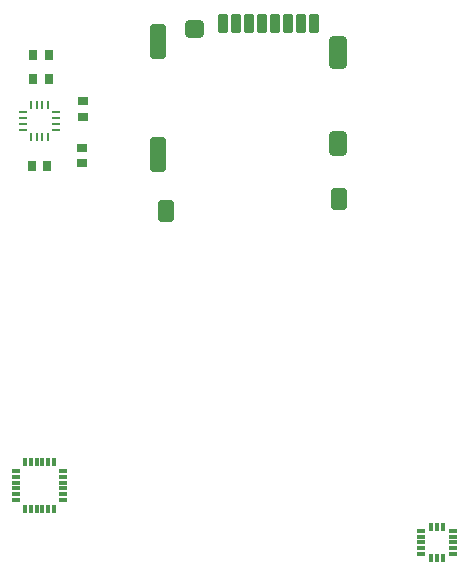
<source format=gtp>
G75*
G70*
%OFA0B0*%
%FSLAX24Y24*%
%IPPOS*%
%LPD*%
%AMOC8*
5,1,8,0,0,1.08239X$1,22.5*
%
%ADD10C,0.0157*%
%ADD11C,0.0305*%
%ADD12C,0.0276*%
%ADD13R,0.0118X0.0315*%
%ADD14R,0.0315X0.0118*%
%ADD15R,0.0110X0.0256*%
%ADD16R,0.0256X0.0110*%
%ADD17R,0.0276X0.0354*%
%ADD18R,0.0354X0.0276*%
D10*
X031347Y020765D02*
X031505Y020765D01*
X031505Y020291D01*
X031347Y020291D01*
X031347Y020765D01*
X031347Y020447D02*
X031505Y020447D01*
X031505Y020603D02*
X031347Y020603D01*
X031347Y020759D02*
X031505Y020759D01*
X031780Y020291D02*
X031938Y020291D01*
X031780Y020291D02*
X031780Y020765D01*
X031938Y020765D01*
X031938Y020291D01*
X031938Y020447D02*
X031780Y020447D01*
X031780Y020603D02*
X031938Y020603D01*
X031938Y020759D02*
X031780Y020759D01*
X032213Y020291D02*
X032371Y020291D01*
X032213Y020291D02*
X032213Y020765D01*
X032371Y020765D01*
X032371Y020291D01*
X032371Y020447D02*
X032213Y020447D01*
X032213Y020603D02*
X032371Y020603D01*
X032371Y020759D02*
X032213Y020759D01*
X032646Y020291D02*
X032804Y020291D01*
X032646Y020291D02*
X032646Y020765D01*
X032804Y020765D01*
X032804Y020291D01*
X032804Y020447D02*
X032646Y020447D01*
X032646Y020603D02*
X032804Y020603D01*
X032804Y020759D02*
X032646Y020759D01*
X033079Y020291D02*
X033237Y020291D01*
X033079Y020291D02*
X033079Y020765D01*
X033237Y020765D01*
X033237Y020291D01*
X033237Y020447D02*
X033079Y020447D01*
X033079Y020603D02*
X033237Y020603D01*
X033237Y020759D02*
X033079Y020759D01*
X033512Y020291D02*
X033670Y020291D01*
X033512Y020291D02*
X033512Y020765D01*
X033670Y020765D01*
X033670Y020291D01*
X033670Y020447D02*
X033512Y020447D01*
X033512Y020603D02*
X033670Y020603D01*
X033670Y020759D02*
X033512Y020759D01*
X033945Y020291D02*
X034103Y020291D01*
X033945Y020291D02*
X033945Y020765D01*
X034103Y020765D01*
X034103Y020291D01*
X034103Y020447D02*
X033945Y020447D01*
X033945Y020603D02*
X034103Y020603D01*
X034103Y020759D02*
X033945Y020759D01*
X034378Y020291D02*
X034536Y020291D01*
X034378Y020291D02*
X034378Y020765D01*
X034536Y020765D01*
X034536Y020291D01*
X034536Y020447D02*
X034378Y020447D01*
X034378Y020603D02*
X034536Y020603D01*
X034536Y020759D02*
X034378Y020759D01*
D11*
X035117Y019145D02*
X035423Y019145D01*
X035117Y019145D02*
X035117Y019943D01*
X035423Y019943D01*
X035423Y019145D01*
X035423Y019449D02*
X035117Y019449D01*
X035117Y019753D02*
X035423Y019753D01*
X030644Y020188D02*
X030318Y020188D01*
X030318Y020494D01*
X030644Y020494D01*
X030644Y020188D01*
X030644Y020492D02*
X030318Y020492D01*
X035117Y016252D02*
X035423Y016252D01*
X035117Y016252D02*
X035117Y016774D01*
X035423Y016774D01*
X035423Y016252D01*
X035423Y016556D02*
X035117Y016556D01*
D12*
X035163Y014407D02*
X035437Y014407D01*
X035163Y014407D02*
X035163Y014879D01*
X035437Y014879D01*
X035437Y014407D01*
X035437Y014682D02*
X035163Y014682D01*
X029689Y014013D02*
X029415Y014013D01*
X029415Y014485D01*
X029689Y014485D01*
X029689Y014013D01*
X029689Y014288D02*
X029415Y014288D01*
X029413Y015687D02*
X029139Y015687D01*
X029139Y016591D01*
X029413Y016591D01*
X029413Y015687D01*
X029413Y015962D02*
X029139Y015962D01*
X029139Y016237D02*
X029413Y016237D01*
X029413Y016512D02*
X029139Y016512D01*
X029139Y019446D02*
X029413Y019446D01*
X029139Y019446D02*
X029139Y020350D01*
X029413Y020350D01*
X029413Y019446D01*
X029413Y019721D02*
X029139Y019721D01*
X029139Y019996D02*
X029413Y019996D01*
X029413Y020271D02*
X029139Y020271D01*
D13*
X025817Y005887D03*
X025620Y005887D03*
X025423Y005887D03*
X025227Y005887D03*
X025030Y005887D03*
X024833Y005887D03*
X024833Y004313D03*
X025030Y004313D03*
X025227Y004313D03*
X025423Y004313D03*
X025620Y004313D03*
X025817Y004313D03*
X038378Y003702D03*
X038575Y003702D03*
X038772Y003702D03*
X038772Y002698D03*
X038575Y002698D03*
X038378Y002698D03*
D14*
X024538Y004608D03*
X024538Y004805D03*
X024538Y005002D03*
X024538Y005198D03*
X024538Y005395D03*
X024538Y005592D03*
X026112Y005592D03*
X026112Y005395D03*
X026112Y005198D03*
X026112Y005002D03*
X026112Y004805D03*
X026112Y004608D03*
X038044Y003594D03*
X038044Y003397D03*
X038044Y003200D03*
X038044Y003003D03*
X038044Y002806D03*
X039106Y002806D03*
X039106Y003003D03*
X039106Y003200D03*
X039106Y003397D03*
X039106Y003594D03*
D15*
X025620Y016711D03*
X025423Y016711D03*
X025227Y016711D03*
X025030Y016711D03*
X025030Y017789D03*
X025227Y017789D03*
X025423Y017789D03*
X025620Y017789D03*
D16*
X025864Y017545D03*
X025864Y017348D03*
X025864Y017152D03*
X025864Y016955D03*
X024786Y016955D03*
X024786Y017152D03*
X024786Y017348D03*
X024786Y017545D03*
D17*
X025119Y018650D03*
X025631Y018650D03*
X025631Y019450D03*
X025119Y019450D03*
X025069Y015750D03*
X025581Y015750D03*
D18*
X026725Y015844D03*
X026725Y016356D03*
X026775Y017394D03*
X026775Y017906D03*
M02*

</source>
